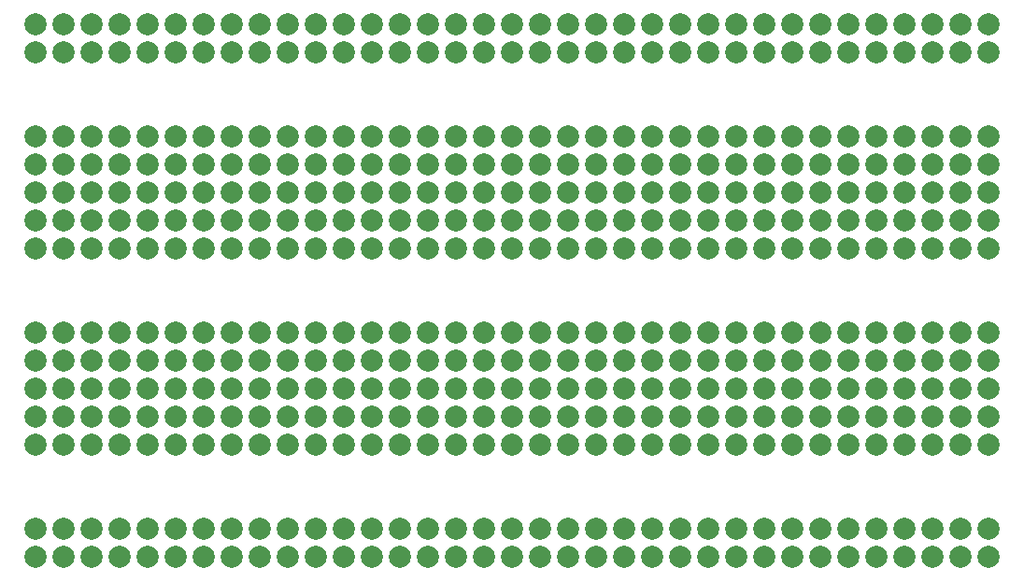
<source format=gbr>
%TF.GenerationSoftware,KiCad,Pcbnew,9.0.0*%
%TF.CreationDate,2025-03-26T23:18:24+07:00*%
%TF.ProjectId,PermaProto,5065726d-6150-4726-9f74-6f2e6b696361,1*%
%TF.SameCoordinates,Original*%
%TF.FileFunction,Copper,L2,Bot*%
%TF.FilePolarity,Positive*%
%FSLAX46Y46*%
G04 Gerber Fmt 4.6, Leading zero omitted, Abs format (unit mm)*
G04 Created by KiCad (PCBNEW 9.0.0) date 2025-03-26 23:18:24*
%MOMM*%
%LPD*%
G01*
G04 APERTURE LIST*
%TA.AperFunction,ViaPad*%
%ADD10C,2.000000*%
%TD*%
G04 APERTURE END LIST*
D10*
%TO.N,*%
X157480000Y-121920000D03*
X139700000Y-124460000D03*
X104140000Y-124460000D03*
X190500000Y-124460000D03*
X175260000Y-119380000D03*
X160020000Y-119380000D03*
X185420000Y-134620000D03*
X167640000Y-121920000D03*
X162560000Y-121920000D03*
X187960000Y-121920000D03*
X137160000Y-121920000D03*
X139700000Y-121920000D03*
X182880000Y-134620000D03*
X172720000Y-121920000D03*
X142240000Y-121920000D03*
X149860000Y-121920000D03*
X182880000Y-121920000D03*
X111760000Y-124460000D03*
X139700000Y-134620000D03*
X154940000Y-119380000D03*
X129540000Y-121920000D03*
X144780000Y-119380000D03*
X177800000Y-121920000D03*
X160020000Y-121920000D03*
X180340000Y-124460000D03*
X185420000Y-124460000D03*
X170180000Y-124460000D03*
X165100000Y-124460000D03*
X109220000Y-124460000D03*
X134620000Y-124460000D03*
X127000000Y-124460000D03*
X106680000Y-121920000D03*
X170180000Y-104140000D03*
X167640000Y-104140000D03*
X172720000Y-101600000D03*
X160020000Y-106680000D03*
X162560000Y-104140000D03*
X134620000Y-106680000D03*
X132080000Y-101600000D03*
X185420000Y-106680000D03*
X104140000Y-86360000D03*
X127000000Y-106680000D03*
X185420000Y-104140000D03*
X139700000Y-86360000D03*
X180340000Y-101600000D03*
X185420000Y-101600000D03*
X172720000Y-101600000D03*
X187960000Y-101600000D03*
X137160000Y-101600000D03*
X119380000Y-101600000D03*
X139700000Y-101600000D03*
X165100000Y-101600000D03*
X172720000Y-104140000D03*
X175260000Y-104140000D03*
X187960000Y-106680000D03*
X137160000Y-106680000D03*
X134620000Y-101600000D03*
X127000000Y-101600000D03*
X162560000Y-101600000D03*
X106680000Y-106680000D03*
X109220000Y-101600000D03*
X149860000Y-99060000D03*
X182880000Y-99060000D03*
X104140000Y-101600000D03*
X190500000Y-101600000D03*
X157480000Y-101600000D03*
X167640000Y-106680000D03*
X162560000Y-106680000D03*
X116840000Y-106680000D03*
X129540000Y-101600000D03*
X111760000Y-101600000D03*
X121920000Y-104140000D03*
X149860000Y-106680000D03*
X152400000Y-104140000D03*
X124460000Y-104140000D03*
X147320000Y-101600000D03*
X106680000Y-101600000D03*
X132080000Y-99060000D03*
X106680000Y-99060000D03*
X116840000Y-99060000D03*
X165100000Y-104140000D03*
X142240000Y-106680000D03*
X170180000Y-101600000D03*
X180340000Y-104140000D03*
X144780000Y-101600000D03*
X142240000Y-101600000D03*
X116840000Y-104140000D03*
X132080000Y-104140000D03*
X149860000Y-101600000D03*
X144780000Y-104140000D03*
X187960000Y-104140000D03*
X152400000Y-106680000D03*
X129540000Y-99060000D03*
X119380000Y-99060000D03*
X175260000Y-101600000D03*
X109220000Y-104140000D03*
X134620000Y-104140000D03*
X182880000Y-104140000D03*
X119380000Y-106680000D03*
X121920000Y-106680000D03*
X129540000Y-106680000D03*
X111760000Y-106680000D03*
X182880000Y-101600000D03*
X172720000Y-106680000D03*
X185420000Y-88900000D03*
X127000000Y-104140000D03*
X111760000Y-104140000D03*
X114300000Y-101600000D03*
X154940000Y-106680000D03*
X177800000Y-101600000D03*
X121920000Y-101600000D03*
X132080000Y-106680000D03*
X175260000Y-106680000D03*
X144780000Y-106680000D03*
X172720000Y-106680000D03*
X119380000Y-104140000D03*
X160020000Y-99060000D03*
X157480000Y-99060000D03*
X147320000Y-99060000D03*
X177800000Y-99060000D03*
X172720000Y-99060000D03*
X142240000Y-99060000D03*
X116840000Y-101600000D03*
X167640000Y-101600000D03*
X147320000Y-104140000D03*
X124460000Y-101600000D03*
X149860000Y-88900000D03*
X129540000Y-86360000D03*
X162560000Y-88900000D03*
X167640000Y-88900000D03*
X175260000Y-88900000D03*
X106680000Y-86360000D03*
X157480000Y-104140000D03*
X142240000Y-104140000D03*
X190500000Y-106680000D03*
X104140000Y-104140000D03*
X109220000Y-88900000D03*
X182880000Y-86360000D03*
X137160000Y-86360000D03*
X147320000Y-106680000D03*
X104140000Y-121920000D03*
X190500000Y-121920000D03*
X180340000Y-121920000D03*
X185420000Y-121920000D03*
X182880000Y-124460000D03*
X157480000Y-119380000D03*
X154940000Y-104140000D03*
X149860000Y-104140000D03*
X177800000Y-104140000D03*
X106680000Y-104140000D03*
X167640000Y-99060000D03*
X162560000Y-99060000D03*
X144780000Y-86360000D03*
X139700000Y-132080000D03*
X160020000Y-132080000D03*
X177800000Y-132080000D03*
X124460000Y-132080000D03*
X109220000Y-132080000D03*
X134620000Y-132080000D03*
X127000000Y-132080000D03*
X182880000Y-132080000D03*
X104140000Y-132080000D03*
X190500000Y-132080000D03*
X111760000Y-132080000D03*
X154940000Y-132080000D03*
X132080000Y-132080000D03*
X172720000Y-132080000D03*
X175260000Y-132080000D03*
X144780000Y-132080000D03*
X172720000Y-132080000D03*
X106680000Y-132080000D03*
X187960000Y-132080000D03*
X137160000Y-132080000D03*
X152400000Y-132080000D03*
X167640000Y-132080000D03*
X162560000Y-132080000D03*
X142240000Y-132080000D03*
X119380000Y-132080000D03*
X121920000Y-132080000D03*
X116840000Y-132080000D03*
X127000000Y-88900000D03*
X121920000Y-88900000D03*
X114300000Y-86360000D03*
X154940000Y-86360000D03*
X119380000Y-86360000D03*
X116840000Y-86360000D03*
X187960000Y-86360000D03*
X157480000Y-86360000D03*
X119380000Y-88900000D03*
X157480000Y-132080000D03*
X149860000Y-132080000D03*
X180340000Y-132080000D03*
X185420000Y-132080000D03*
X170180000Y-132080000D03*
X165100000Y-132080000D03*
X147320000Y-132080000D03*
X114300000Y-132080000D03*
X129540000Y-132080000D03*
X157480000Y-106680000D03*
X129540000Y-104140000D03*
X190500000Y-104140000D03*
X170180000Y-106680000D03*
X177800000Y-106680000D03*
X170180000Y-99060000D03*
X165100000Y-99060000D03*
X152400000Y-99060000D03*
X154940000Y-99060000D03*
X109220000Y-99060000D03*
X134620000Y-99060000D03*
X127000000Y-99060000D03*
X121920000Y-99060000D03*
X114300000Y-99060000D03*
X104140000Y-99060000D03*
X190500000Y-99060000D03*
X124460000Y-99060000D03*
X144780000Y-99060000D03*
X172720000Y-99060000D03*
X175260000Y-99060000D03*
X111760000Y-99060000D03*
X180340000Y-99060000D03*
X185420000Y-99060000D03*
X187960000Y-99060000D03*
X137160000Y-99060000D03*
X139700000Y-99060000D03*
X116840000Y-96520000D03*
X129540000Y-96520000D03*
X119380000Y-96520000D03*
X157480000Y-96520000D03*
X172720000Y-96520000D03*
X142240000Y-96520000D03*
X149860000Y-96520000D03*
X182880000Y-96520000D03*
X167640000Y-96520000D03*
X162560000Y-96520000D03*
X187960000Y-96520000D03*
X137160000Y-96520000D03*
X139700000Y-96520000D03*
X104140000Y-96520000D03*
X190500000Y-96520000D03*
X180340000Y-96520000D03*
X185420000Y-96520000D03*
X170180000Y-96520000D03*
X165100000Y-96520000D03*
X109220000Y-96520000D03*
X134620000Y-96520000D03*
X127000000Y-96520000D03*
X111760000Y-96520000D03*
X121920000Y-96520000D03*
X124460000Y-96520000D03*
X160020000Y-96520000D03*
X147320000Y-96520000D03*
X144780000Y-96520000D03*
X172720000Y-96520000D03*
X175260000Y-96520000D03*
X152400000Y-96520000D03*
X154940000Y-96520000D03*
X177800000Y-96520000D03*
X132080000Y-96520000D03*
X106680000Y-96520000D03*
X114300000Y-96520000D03*
X160020000Y-104140000D03*
X124460000Y-106680000D03*
X154940000Y-101600000D03*
X172720000Y-104140000D03*
X160020000Y-101600000D03*
X182880000Y-106680000D03*
X139700000Y-106680000D03*
X139700000Y-104140000D03*
X165100000Y-106680000D03*
X180340000Y-106680000D03*
X114300000Y-104140000D03*
X177800000Y-124460000D03*
X114300000Y-121920000D03*
X124460000Y-119380000D03*
X132080000Y-119380000D03*
X170180000Y-134620000D03*
X104140000Y-134620000D03*
X142240000Y-134620000D03*
X119380000Y-134620000D03*
X109220000Y-134620000D03*
X124460000Y-124460000D03*
X157480000Y-124460000D03*
X149860000Y-124460000D03*
X121920000Y-134620000D03*
X116840000Y-134620000D03*
X147320000Y-124460000D03*
X124460000Y-134620000D03*
X165100000Y-134620000D03*
X114300000Y-124460000D03*
X167640000Y-134620000D03*
X162560000Y-134620000D03*
X129540000Y-124460000D03*
X152400000Y-119380000D03*
X142240000Y-119380000D03*
X172720000Y-119380000D03*
X172720000Y-119380000D03*
X177800000Y-134620000D03*
X160020000Y-124460000D03*
X175260000Y-134620000D03*
X170180000Y-121920000D03*
X165100000Y-121920000D03*
X109220000Y-121920000D03*
X134620000Y-121920000D03*
X127000000Y-121920000D03*
X111760000Y-121920000D03*
X187960000Y-134620000D03*
X137160000Y-134620000D03*
X152400000Y-134620000D03*
X134620000Y-134620000D03*
X114300000Y-134620000D03*
X129540000Y-134620000D03*
X160020000Y-134620000D03*
X154940000Y-134620000D03*
X132080000Y-134620000D03*
X172720000Y-134620000D03*
X149860000Y-134620000D03*
X147320000Y-134620000D03*
X114300000Y-119380000D03*
X144780000Y-134620000D03*
X172720000Y-134620000D03*
X106680000Y-134620000D03*
X154940000Y-124460000D03*
X177800000Y-119380000D03*
X109220000Y-86360000D03*
X129540000Y-86360000D03*
X165100000Y-88900000D03*
X134620000Y-88900000D03*
X127000000Y-86360000D03*
X132080000Y-86360000D03*
X142240000Y-86360000D03*
X160020000Y-86360000D03*
X175260000Y-86360000D03*
X134620000Y-86360000D03*
X147320000Y-86360000D03*
X152400000Y-86360000D03*
X124460000Y-88900000D03*
X177800000Y-86360000D03*
X147320000Y-88900000D03*
X154940000Y-88900000D03*
X170180000Y-88900000D03*
X180340000Y-88900000D03*
X190500000Y-88900000D03*
X121920000Y-119380000D03*
X132080000Y-124460000D03*
X149860000Y-119380000D03*
X182880000Y-119380000D03*
X172720000Y-124460000D03*
X175260000Y-124460000D03*
X144780000Y-124460000D03*
X172720000Y-124460000D03*
X119380000Y-121920000D03*
X157480000Y-134620000D03*
X106680000Y-124460000D03*
X109220000Y-119380000D03*
X116840000Y-119380000D03*
X167640000Y-119380000D03*
X147320000Y-121920000D03*
X144780000Y-121920000D03*
X172720000Y-121920000D03*
X175260000Y-121920000D03*
X187960000Y-124460000D03*
X137160000Y-124460000D03*
X134620000Y-119380000D03*
X127000000Y-119380000D03*
X162560000Y-119380000D03*
X116840000Y-121920000D03*
X127000000Y-134620000D03*
X132080000Y-121920000D03*
X162560000Y-86360000D03*
X152400000Y-124460000D03*
X190500000Y-134620000D03*
X157480000Y-88900000D03*
X180340000Y-119380000D03*
X185420000Y-119380000D03*
X111760000Y-134620000D03*
X167640000Y-124460000D03*
X162560000Y-124460000D03*
X111760000Y-119380000D03*
X121920000Y-121920000D03*
X152400000Y-121920000D03*
X124460000Y-121920000D03*
X111760000Y-86360000D03*
X147320000Y-119380000D03*
X142240000Y-124460000D03*
X170180000Y-119380000D03*
X165100000Y-119380000D03*
X187960000Y-119380000D03*
X137160000Y-119380000D03*
X182880000Y-88900000D03*
X154940000Y-121920000D03*
X119380000Y-119380000D03*
X167640000Y-86360000D03*
X180340000Y-86360000D03*
X165100000Y-86360000D03*
X114300000Y-88900000D03*
X116840000Y-88900000D03*
X137160000Y-88900000D03*
X139700000Y-88900000D03*
X139700000Y-119380000D03*
X104140000Y-119380000D03*
X190500000Y-119380000D03*
X180340000Y-134620000D03*
X119380000Y-124460000D03*
X121920000Y-124460000D03*
X116840000Y-124460000D03*
X129540000Y-119380000D03*
X106680000Y-119380000D03*
X104140000Y-106680000D03*
X137160000Y-104140000D03*
X152400000Y-101600000D03*
X109220000Y-106680000D03*
X114300000Y-106680000D03*
X152400000Y-88900000D03*
X144780000Y-88900000D03*
X132080000Y-88900000D03*
X170180000Y-86360000D03*
X132080000Y-116840000D03*
X106680000Y-116840000D03*
X116840000Y-116840000D03*
X129540000Y-116840000D03*
X119380000Y-116840000D03*
X147320000Y-116840000D03*
X177800000Y-116840000D03*
X160020000Y-116840000D03*
X157480000Y-116840000D03*
X172720000Y-116840000D03*
X142240000Y-116840000D03*
X149860000Y-116840000D03*
X182880000Y-116840000D03*
X167640000Y-116840000D03*
X162560000Y-116840000D03*
X124460000Y-86360000D03*
X170180000Y-116840000D03*
X165100000Y-116840000D03*
X152400000Y-116840000D03*
X154940000Y-116840000D03*
X109220000Y-116840000D03*
X134620000Y-116840000D03*
X127000000Y-116840000D03*
X149860000Y-86360000D03*
X121920000Y-116840000D03*
X142240000Y-88900000D03*
X114300000Y-116840000D03*
X104140000Y-116840000D03*
X190500000Y-116840000D03*
X124460000Y-116840000D03*
X144780000Y-116840000D03*
X172720000Y-116840000D03*
X175260000Y-116840000D03*
X111760000Y-116840000D03*
X104140000Y-88900000D03*
X160020000Y-88900000D03*
X111760000Y-88900000D03*
X187960000Y-88900000D03*
X172720000Y-88900000D03*
X190500000Y-86360000D03*
X180340000Y-116840000D03*
X185420000Y-116840000D03*
X187960000Y-116840000D03*
X137160000Y-116840000D03*
X139700000Y-116840000D03*
X177800000Y-88900000D03*
X106680000Y-88900000D03*
X172720000Y-86360000D03*
X129540000Y-88900000D03*
X121920000Y-86360000D03*
X116840000Y-114300000D03*
X129540000Y-114300000D03*
X119380000Y-114300000D03*
X157480000Y-114300000D03*
X172720000Y-114300000D03*
X142240000Y-114300000D03*
X149860000Y-114300000D03*
X182880000Y-114300000D03*
X167640000Y-114300000D03*
X162560000Y-114300000D03*
X187960000Y-114300000D03*
X137160000Y-114300000D03*
X139700000Y-114300000D03*
X104140000Y-114300000D03*
X190500000Y-114300000D03*
X180340000Y-114300000D03*
X185420000Y-114300000D03*
X170180000Y-114300000D03*
X165100000Y-114300000D03*
X109220000Y-114300000D03*
X134620000Y-114300000D03*
X127000000Y-114300000D03*
X111760000Y-114300000D03*
X121920000Y-114300000D03*
X124460000Y-114300000D03*
X160020000Y-114300000D03*
X147320000Y-114300000D03*
X144780000Y-114300000D03*
X172720000Y-114300000D03*
X175260000Y-114300000D03*
X152400000Y-114300000D03*
X154940000Y-114300000D03*
X177800000Y-114300000D03*
X132080000Y-114300000D03*
X106680000Y-114300000D03*
X114300000Y-114300000D03*
X185420000Y-86360000D03*
%TD*%
M02*

</source>
